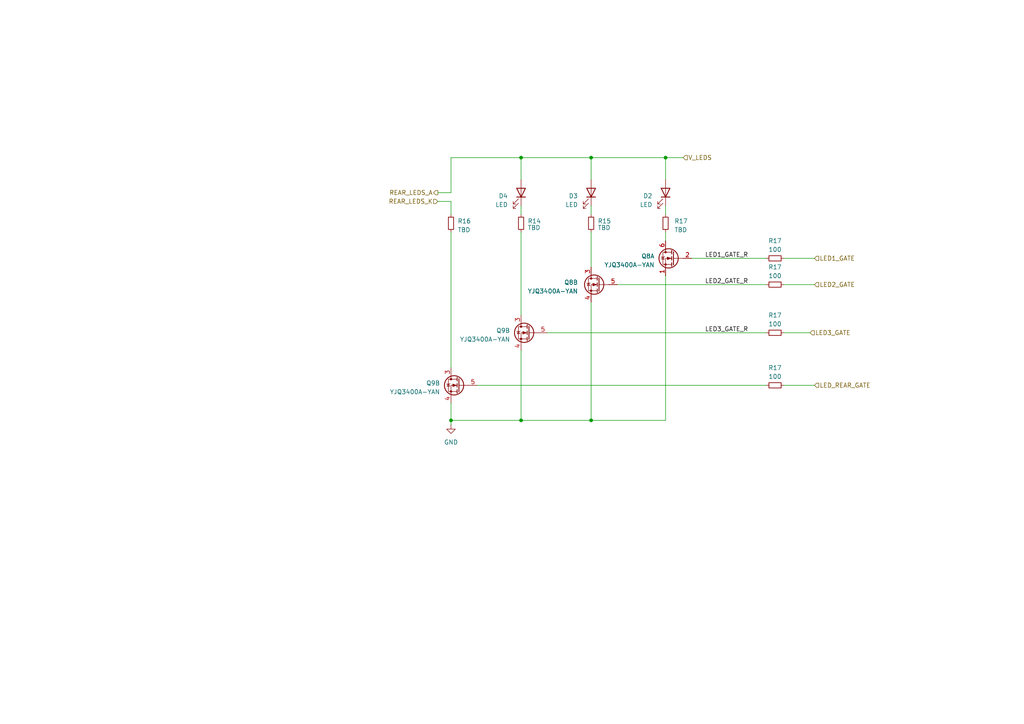
<source format=kicad_sch>
(kicad_sch (version 20230121) (generator eeschema)
  (paper "A4")
  (lib_symbols
    (symbol "Device:LED" (pin_numbers hide) (pin_names (offset 1.016) hide)
      (property "Reference" "D" (at 0 2.54 0))
      (property "Value" "LED" (at 0 -2.54 0))
      (symbol "LED_0_1"
        (polyline (pts (xy -1.27 -1.27) (xy -1.27 1.27)) (stroke (width 0.254)))
        (polyline (pts (xy -1.27 0) (xy 1.27 0)))
        (polyline (pts (xy 1.27 -1.27) (xy 1.27 1.27) (xy -1.27 0) (xy 1.27 -1.27)) (stroke (width 0.254)))
        (polyline (pts (xy -3.048 -0.762) (xy -4.572 -2.286) (xy -3.81 -2.286) (xy -4.572 -2.286) (xy -4.572 -1.524)))
        (polyline (pts (xy -1.778 -0.762) (xy -3.302 -2.286) (xy -2.54 -2.286) (xy -3.302 -2.286) (xy -3.302 -1.524)))
      )
      (symbol "LED_1_1"
        (pin passive line (at -3.81 0 0) (length 2.54) (name "K") (number "1"))
        (pin passive line (at 3.81 0 180) (length 2.54) (name "A") (number "2"))
      )
    )
    (symbol "Device:Q_Dual_NMOS_S1G1D2S2G2D1" (pin_names (offset 0) hide)
      (property "Reference" "Q" (at 6.35 1.27 0))
      (property "Value" "Q_Dual_NMOS_S1G1D2S2G2D1" (at 19.05 -1.27 0))
      (symbol "Q_Dual_NMOS_S1G1D2S2G2D1_0_1"
        (polyline (pts (xy 0.254 0) (xy -2.54 0)))
        (polyline (pts (xy 0.254 1.905) (xy 0.254 -1.905)) (stroke (width 0.254)))
        (polyline (pts (xy 0.762 -1.27) (xy 0.762 -2.286)) (stroke (width 0.254)))
        (polyline (pts (xy 0.762 0.508) (xy 0.762 -0.508)) (stroke (width 0.254)))
        (polyline (pts (xy 0.762 2.286) (xy 0.762 1.27)) (stroke (width 0.254)))
        (polyline (pts (xy 2.54 2.54) (xy 2.54 1.778)))
        (polyline (pts (xy 2.54 -2.54) (xy 2.54 0) (xy 0.762 0)))
        (polyline (pts (xy 0.762 -1.778) (xy 3.302 -1.778) (xy 3.302 1.778) (xy 0.762 1.778)))
        (polyline (pts (xy 1.016 0) (xy 2.032 0.381) (xy 2.032 -0.381) (xy 1.016 0)) (fill (type outline)))
        (polyline (pts (xy 2.794 0.508) (xy 2.921 0.381) (xy 3.683 0.381) (xy 3.81 0.254)))
        (polyline (pts (xy 3.302 0.381) (xy 2.921 -0.254) (xy 3.683 -0.254) (xy 3.302 0.381)))
        (circle (center 1.651 0) (radius 2.794) (stroke (width 0.254)))
        (circle (center 2.54 -1.778) (radius 0.254) (fill (type outline)))
        (circle (center 2.54 1.778) (radius 0.254) (fill (type outline)))
      )
      (symbol "Q_Dual_NMOS_S1G1D2S2G2D1_1_1"
        (pin passive line (at 2.54 -5.08 90) (length 2.54) (name "S") (number "1"))
        (pin input line (at -5.08 0 0) (length 2.54) (name "G") (number "2"))
        (pin passive line (at 2.54 5.08 270) (length 2.54) (name "D") (number "6"))
      )
      (symbol "Q_Dual_NMOS_S1G1D2S2G2D1_2_1"
        (pin passive line (at 2.54 5.08 270) (length 2.54) (name "D") (number "3"))
        (pin passive line (at 2.54 -5.08 90) (length 2.54) (name "S") (number "4"))
        (pin input line (at -5.08 0 0) (length 2.54) (name "G") (number "5"))
      )
    )
    (symbol "Device:R_Small" (pin_numbers hide) (pin_names (offset 0.254) hide)
      (property "Reference" "R" (at 0.762 0.508 0))
      (property "Value" "R_Small" (at 0.762 -1.016 0))
      (symbol "R_Small_0_1"
        (rectangle (start -0.762 1.778) (end 0.762 -1.778) (stroke (width 0.2032)))
      )
      (symbol "R_Small_1_1"
        (pin passive line (at 0 2.54 270) (length 0.762) (name "~") (number "1"))
        (pin passive line (at 0 -2.54 90) (length 0.762) (name "~") (number "2"))
      )
    )
    (symbol "power:GND" (power) (pin_names (offset 0))
      (property "Value" "GND" (at 0 -3.81 0))
      (symbol "GND_0_1"
        (polyline (pts (xy 0 0) (xy 0 -1.27) (xy 1.27 -1.27) (xy 0 -2.54) (xy -1.27 -1.27) (xy 0 -1.27)))
      )
      (symbol "GND_1_1"
        (pin power_in line (at 0 0 270) (length 0) hide (name "GND") (number "1"))
      )
    )
  )
  (junction (at 171.45 45.72))
  (junction (at 130.81 121.92))
  (junction (at 193.04 45.72))
  (junction (at 151.13 45.72))
  (junction (at 151.13 121.92))
  (junction (at 171.45 121.92))
  (wire (pts (xy 171.45 121.92) (xy 193.04 121.92)))
  (wire (pts (xy 227.33 111.76) (xy 236.22 111.76)))
  (wire (pts (xy 130.81 58.42) (xy 130.81 62.23)))
  (wire (pts (xy 138.43 111.76) (xy 222.25 111.76)))
  (wire (pts (xy 198.12 45.72) (xy 193.04 45.72)))
  (wire (pts (xy 193.04 59.69) (xy 193.04 62.23)))
  (wire (pts (xy 151.13 59.69) (xy 151.13 62.23)))
  (wire (pts (xy 179.07 82.55) (xy 222.25 82.55)))
  (wire (pts (xy 127 55.88) (xy 130.81 55.88)))
  (wire (pts (xy 151.13 52.07) (xy 151.13 45.72)))
  (wire (pts (xy 193.04 80.01) (xy 193.04 121.92)))
  (wire (pts (xy 171.45 45.72) (xy 171.45 52.07)))
  (wire (pts (xy 227.33 82.55) (xy 236.22 82.55)))
  (wire (pts (xy 227.33 74.93) (xy 236.22 74.93)))
  (wire (pts (xy 171.45 67.31) (xy 171.45 77.47)))
  (wire (pts (xy 193.04 45.72) (xy 193.04 52.07)))
  (wire (pts (xy 200.66 74.93) (xy 222.25 74.93)))
  (wire (pts (xy 151.13 121.92) (xy 171.45 121.92)))
  (wire (pts (xy 227.33 96.52) (xy 234.95 96.52)))
  (wire (pts (xy 127 58.42) (xy 130.81 58.42)))
  (wire (pts (xy 151.13 67.31) (xy 151.13 91.44)))
  (wire (pts (xy 193.04 67.31) (xy 193.04 69.85)))
  (wire (pts (xy 130.81 116.84) (xy 130.81 121.92)))
  (wire (pts (xy 171.45 45.72) (xy 193.04 45.72)))
  (wire (pts (xy 151.13 101.6) (xy 151.13 121.92)))
  (wire (pts (xy 130.81 121.92) (xy 151.13 121.92)))
  (wire (pts (xy 130.81 55.88) (xy 130.81 45.72)))
  (wire (pts (xy 171.45 59.69) (xy 171.45 62.23)))
  (wire (pts (xy 151.13 45.72) (xy 171.45 45.72)))
  (wire (pts (xy 130.81 121.92) (xy 130.81 123.19)))
  (wire (pts (xy 130.81 45.72) (xy 151.13 45.72)))
  (wire (pts (xy 222.25 96.52) (xy 158.75 96.52)))
  (wire (pts (xy 130.81 67.31) (xy 130.81 106.68)))
  (wire (pts (xy 171.45 87.63) (xy 171.45 121.92)))
  (label "LED2_GATE_R" (at 204.47 82.55 0))
  (label "LED1_GATE_R" (at 204.47 74.93 0))
  (label "LED3_GATE_R" (at 204.47 96.52 0))
  (hierarchical_label "LED2_GATE" (shape input) (at 236.22 82.55 0))
  (hierarchical_label "LED3_GATE" (shape input) (at 234.95 96.52 0))
  (hierarchical_label "REAR_LEDS_A" (shape output) (at 127 55.88 180))
  (hierarchical_label "LED1_GATE" (shape input) (at 236.22 74.93 0))
  (hierarchical_label "LED_REAR_GATE" (shape input) (at 236.22 111.76 0))
  (hierarchical_label "REAR_LEDS_K" (shape input) (at 127 58.42 180))
  (hierarchical_label "V_LEDS" (shape input) (at 198.12 45.72 0))
  (symbol (lib_id "Device:LED") (at 151.13 55.88 270) (mirror x) (unit 1)
    (property "Reference" "D4" (at 147.32 56.8325 90) (effects (justify right)))
    (property "Value" "LED" (at 147.32 59.3725 90) (effects (justify right)))
    (property "Footprint" "LED_SMD:LED_1W_3W_R8" (effects hide))
  )
  (symbol (lib_id "Device:R_Small") (at 151.13 64.77 0) (unit 1)
    (property "Reference" "R14" (at 153.035 64.135 0) (effects (justify left)))
    (property "Value" "TBD" (at 153.035 66.04 0) (effects (justify left)))
    (property "Footprint" "Resistor_SMD:R_2010_5025Metric" (effects hide))
  )
  (symbol (lib_id "Device:Q_Dual_NMOS_S1G1D2S2G2D1") (at 153.67 96.52 0) (mirror y) (unit 2)
    (property "Reference" "Q9" (at 147.955 95.885 0) (effects (justify left)))
    (property "Value" "YJQ3400A-YAN" (at 147.955 98.425 0) (effects (justify left)))
    (property "Footprint" "footprints:DFN2020-6L" (effects hide))
    (instances (project "bikelamp" (path "" (reference "Q9") (unit 2)) (path "" (reference "Q9") (unit 1))))
  )
  (symbol (lib_id "Device:R_Small") (at 224.79 111.76 90) (unit 1)
    (property "Reference" "R17" (at 224.79 106.68 90))
    (property "Value" "100" (at 224.79 109.22 90))
    (property "Footprint" "Resistor_SMD:R_0603_1608Metric" (effects hide))
    (instances (project "bikelamp" (path "" (reference "R17") (unit 1)) (path "" (reference "R21") (unit 1))))
  )
  (symbol (lib_id "Device:R_Small") (at 224.79 96.52 90) (unit 1)
    (property "Reference" "R17" (at 224.79 91.44 90))
    (property "Value" "100" (at 224.79 93.98 90))
    (property "Footprint" "Resistor_SMD:R_0603_1608Metric" (effects hide))
    (instances (project "bikelamp" (path "" (reference "R17") (unit 1)) (path "" (reference "R20") (unit 1))))
  )
  (symbol (lib_id "Device:R_Small") (at 171.45 64.77 0) (unit 1)
    (property "Reference" "R15" (at 173.355 64.135 0) (effects (justify left)))
    (property "Value" "TBD" (at 173.355 66.04 0) (effects (justify left)))
    (property "Footprint" "Resistor_SMD:R_2010_5025Metric" (effects hide))
  )
  (symbol (lib_id "Device:Q_Dual_NMOS_S1G1D2S2G2D1") (at 195.58 74.93 0) (mirror y) (unit 1)
    (property "Reference" "Q8" (at 189.865 74.295 0) (effects (justify left)))
    (property "Value" "YJQ3400A-YAN" (at 189.865 76.835 0) (effects (justify left)))
    (property "Footprint" "footprints:DFN2020-6L" (effects hide))
  )
  (symbol (lib_id "Device:R_Small") (at 224.79 82.55 90) (unit 1)
    (property "Reference" "R17" (at 224.79 77.47 90))
    (property "Value" "100" (at 224.79 80.01 90))
    (property "Footprint" "Resistor_SMD:R_0603_1608Metric" (effects hide))
    (instances (project "bikelamp" (path "" (reference "R17") (unit 1)) (path "" (reference "R19") (unit 1))))
  )
  (symbol (lib_id "Device:Q_Dual_NMOS_S1G1D2S2G2D1") (at 173.99 82.55 0) (mirror y) (unit 2)
    (property "Reference" "Q8" (at 167.64 81.915 0) (effects (justify left)))
    (property "Value" "YJQ3400A-YAN" (at 167.64 84.455 0) (effects (justify left)))
    (property "Footprint" "footprints:DFN2020-6L" (effects hide))
  )
  (symbol (lib_id "Device:R_Small") (at 193.04 64.77 0) (unit 1)
    (property "Reference" "R17" (at 195.58 64.135 0) (effects (justify left)))
    (property "Value" "TBD" (at 195.58 66.675 0) (effects (justify left)))
    (property "Footprint" "Resistor_SMD:R_2010_5025Metric" (effects hide))
  )
  (symbol (lib_id "Device:R_Small") (at 224.79 74.93 90) (unit 1)
    (property "Reference" "R17" (at 224.79 69.85 90))
    (property "Value" "100" (at 224.79 72.39 90))
    (property "Footprint" "Resistor_SMD:R_0603_1608Metric" (effects hide))
    (instances (project "bikelamp" (path "" (reference "R17") (unit 1)) (path "" (reference "R18") (unit 1))))
  )
  (symbol (lib_id "Device:R_Small") (at 130.81 64.77 0) (unit 1)
    (property "Reference" "R16" (at 132.715 64.135 0) (effects (justify left)))
    (property "Value" "TBD" (at 132.715 66.675 0) (effects (justify left)))
    (property "Footprint" "Resistor_SMD:R_1206_3216Metric" (effects hide))
  )
  (symbol (lib_id "Device:LED") (at 171.45 55.88 270) (mirror x) (unit 1)
    (property "Reference" "D3" (at 167.64 56.8325 90) (effects (justify right)))
    (property "Value" "LED" (at 167.64 59.3725 90) (effects (justify right)))
    (property "Footprint" "LED_SMD:LED_1W_3W_R8" (effects hide))
  )
  (symbol (lib_id "Device:Q_Dual_NMOS_S1G1D2S2G2D1") (at 133.35 111.76 0) (mirror y) (unit 2)
    (property "Reference" "Q9" (at 127.635 111.125 0) (effects (justify left)))
    (property "Value" "YJQ3400A-YAN" (at 127.635 113.665 0) (effects (justify left)))
    (property "Footprint" "footprints:DFN2020-6L" (effects hide))
  )
  (symbol (lib_id "Device:LED") (at 193.04 55.88 270) (mirror x) (unit 1)
    (property "Reference" "D2" (at 189.23 56.8325 90) (effects (justify right)))
    (property "Value" "LED" (at 189.23 59.3725 90) (effects (justify right)))
    (property "Footprint" "LED_SMD:LED_1W_3W_R8" (effects hide))
  )
  (symbol (lib_id "power:GND") (at 130.81 123.19 0) (unit 1)
    (property "Reference" "#PWR0128" (effects hide))
    (property "Value" "GND" (at 130.81 128.27 0))
  )
)
</source>
